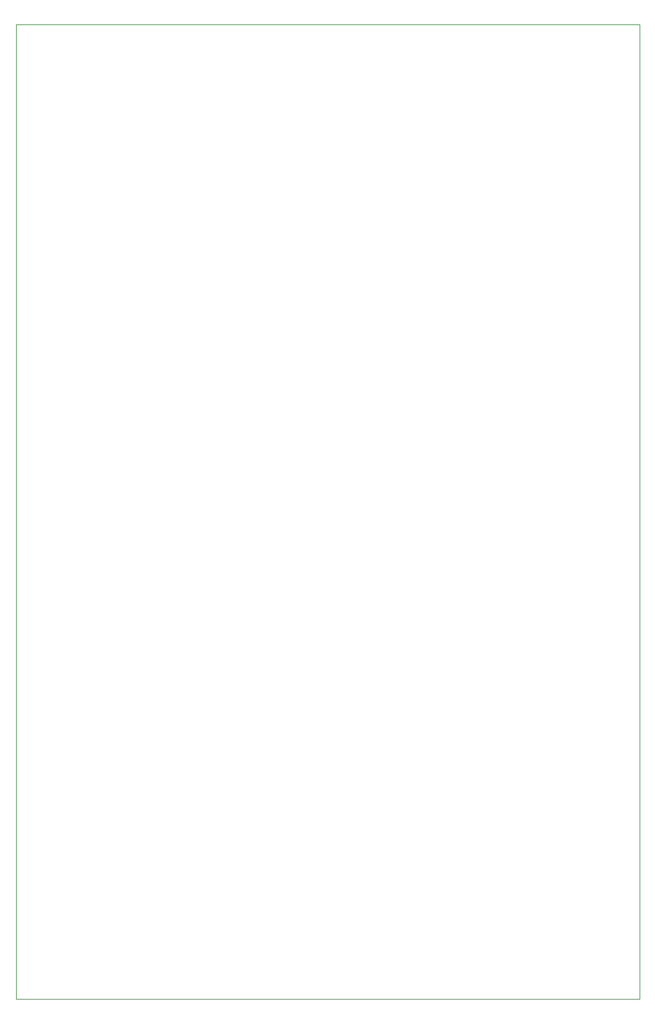
<source format=gbr>
%TF.GenerationSoftware,KiCad,Pcbnew,(6.0.8-1)-1*%
%TF.CreationDate,2023-03-17T06:51:06-04:00*%
%TF.ProjectId,panel,70616e65-6c2e-46b6-9963-61645f706362,rev?*%
%TF.SameCoordinates,Original*%
%TF.FileFunction,Profile,NP*%
%FSLAX46Y46*%
G04 Gerber Fmt 4.6, Leading zero omitted, Abs format (unit mm)*
G04 Created by KiCad (PCBNEW (6.0.8-1)-1) date 2023-03-17 06:51:06*
%MOMM*%
%LPD*%
G01*
G04 APERTURE LIST*
%TA.AperFunction,Profile*%
%ADD10C,0.100000*%
%TD*%
G04 APERTURE END LIST*
D10*
X109800000Y-24800000D02*
X192000000Y-24800000D01*
X192000000Y-24800000D02*
X192000000Y-153200000D01*
X192000000Y-153200000D02*
X109800000Y-153200000D01*
X109800000Y-153200000D02*
X109800000Y-24800000D01*
M02*

</source>
